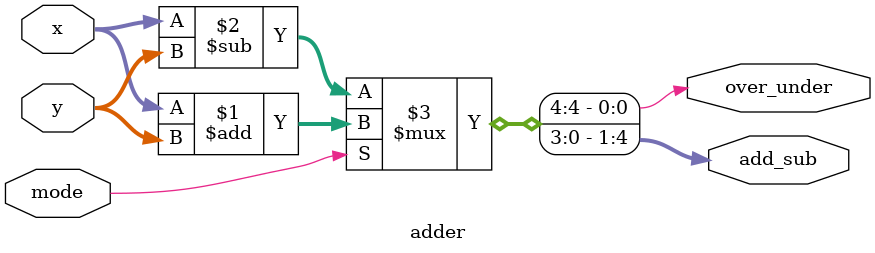
<source format=v>
`timescale 1ns / 1ps

module adder
     (
        output  [1:4] add_sub ,
        output  over_under    ,
        input   [1:4] x,y     , 
        input   mode                               
     );
    
     assign { over_under , add_sub } =  mode ? x + y : x - y ; 
      
endmodule

</source>
